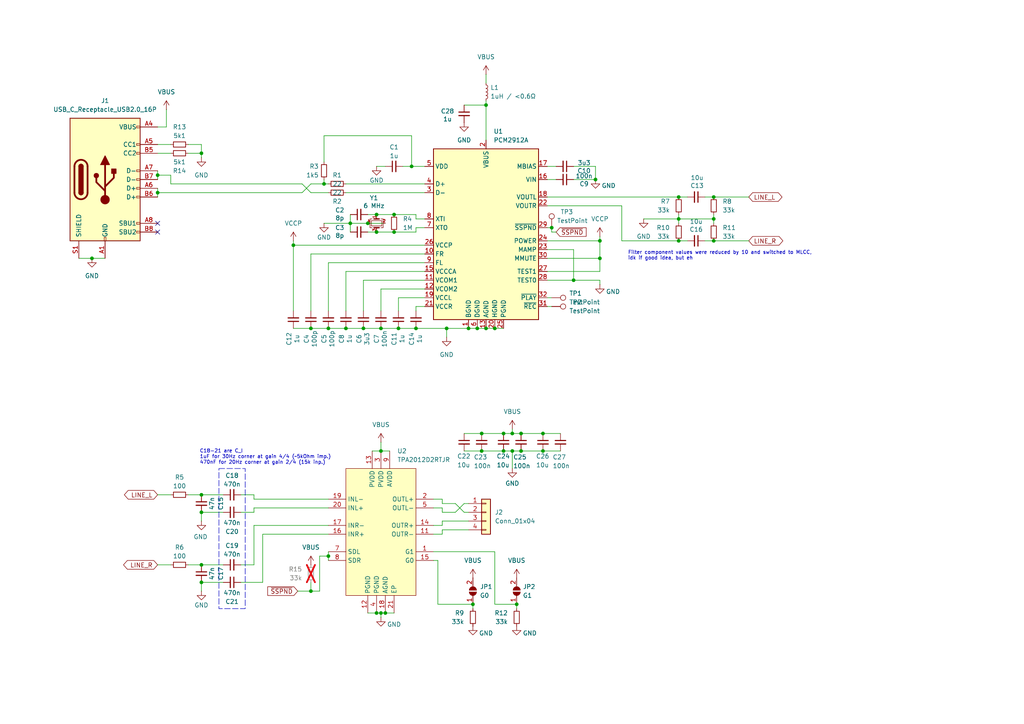
<source format=kicad_sch>
(kicad_sch (version 20231120) (generator "eeschema") (generator_version "8.0")
  (paper "A4")
  (lib_symbols
    (symbol "Connector:TestPoint" (pin_numbers hide) (pin_names (offset 0.762) hide)
      (property "Reference" "TP" (at 0 6.858 0))
      (property "Value" "TestPoint" (at 0 5.08 0))
      (symbol "TestPoint_0_1"
        (circle (center 0 3.302) (radius 0.762))
      )
      (symbol "TestPoint_1_1"
        (pin passive line (at 0 0 90) (length 2.54) (name "1") (number "1"))
      )
    )
    (symbol "Connector:USB_C_Receptacle_USB2.0_16P" (pin_names (offset 1.016))
      (property "Reference" "J" (at 0 22.225 0))
      (property "Value" "USB_C_Receptacle_USB2.0_16P" (at 0 19.685 0))
      (symbol "USB_C_Receptacle_USB2.0_16P_0_0"
        (rectangle (start -0.254 -17.78) (end 0.254 -16.764))
        (rectangle (start 10.16 -14.986) (end 9.144 -15.494))
        (rectangle (start 10.16 -12.446) (end 9.144 -12.954))
        (rectangle (start 10.16 -4.826) (end 9.144 -5.334))
        (rectangle (start 10.16 -2.286) (end 9.144 -2.794))
        (rectangle (start 10.16 0.254) (end 9.144 -0.254))
        (rectangle (start 10.16 2.794) (end 9.144 2.286))
        (rectangle (start 10.16 7.874) (end 9.144 7.366))
        (rectangle (start 10.16 10.414) (end 9.144 9.906))
        (rectangle (start 10.16 15.494) (end 9.144 14.986))
      )
      (symbol "USB_C_Receptacle_USB2.0_16P_0_1"
        (rectangle (start -10.16 17.78) (end 10.16 -17.78) (stroke (width 0.254)) (fill (type background)))
        (arc (start -8.89 -3.81) (mid -6.985 -5.7067) (end -5.08 -3.81) (stroke (width 0.508)))
        (arc (start -7.62 -3.81) (mid -6.985 -4.4423) (end -6.35 -3.81) (stroke (width 0.254)))
        (arc (start -7.62 -3.81) (mid -6.985 -4.4423) (end -6.35 -3.81) (stroke (width 0.254)) (fill (type outline)))
        (rectangle (start -7.62 -3.81) (end -6.35 3.81) (stroke (width 0.254)) (fill (type outline)))
        (arc (start -6.35 3.81) (mid -6.985 4.4423) (end -7.62 3.81) (stroke (width 0.254)))
        (arc (start -6.35 3.81) (mid -6.985 4.4423) (end -7.62 3.81) (stroke (width 0.254)) (fill (type outline)))
        (arc (start -5.08 3.81) (mid -6.985 5.7067) (end -8.89 3.81) (stroke (width 0.508)))
        (circle (center -2.54 1.143) (radius 0.635) (stroke (width 0.254)) (fill (type outline)))
        (circle (center 0 -5.842) (radius 1.27) (fill (type outline)))
        (polyline (pts (xy -8.89 -3.81) (xy -8.89 3.81)) (stroke (width 0.508)))
        (polyline (pts (xy -5.08 3.81) (xy -5.08 -3.81)) (stroke (width 0.508)))
        (polyline (pts (xy 0 -5.842) (xy 0 4.318)) (stroke (width 0.508)))
        (polyline (pts (xy 0 -3.302) (xy -2.54 -0.762) (xy -2.54 0.508)) (stroke (width 0.508)))
        (polyline (pts (xy 0 -2.032) (xy 2.54 0.508) (xy 2.54 1.778)) (stroke (width 0.508)))
        (polyline (pts (xy -1.27 4.318) (xy 0 6.858) (xy 1.27 4.318) (xy -1.27 4.318)) (stroke (width 0.254)) (fill (type outline)))
        (rectangle (start 1.905 1.778) (end 3.175 3.048) (stroke (width 0.254)) (fill (type outline)))
      )
      (symbol "USB_C_Receptacle_USB2.0_16P_1_1"
        (pin passive line (at 0 -22.86 90) (length 5.08) (name "GND") (number "A1"))
        (pin passive line (at 0 -22.86 90) (length 5.08) hide (name "GND") (number "A12"))
        (pin passive line (at 15.24 15.24 180) (length 5.08) (name "VBUS") (number "A4"))
        (pin bidirectional line (at 15.24 10.16 180) (length 5.08) (name "CC1") (number "A5"))
        (pin bidirectional line (at 15.24 -2.54 180) (length 5.08) (name "D+") (number "A6"))
        (pin bidirectional line (at 15.24 2.54 180) (length 5.08) (name "D-") (number "A7"))
        (pin bidirectional line (at 15.24 -12.7 180) (length 5.08) (name "SBU1") (number "A8"))
        (pin passive line (at 15.24 15.24 180) (length 5.08) hide (name "VBUS") (number "A9"))
        (pin passive line (at 0 -22.86 90) (length 5.08) hide (name "GND") (number "B1"))
        (pin passive line (at 0 -22.86 90) (length 5.08) hide (name "GND") (number "B12"))
        (pin passive line (at 15.24 15.24 180) (length 5.08) hide (name "VBUS") (number "B4"))
        (pin bidirectional line (at 15.24 7.62 180) (length 5.08) (name "CC2") (number "B5"))
        (pin bidirectional line (at 15.24 -5.08 180) (length 5.08) (name "D+") (number "B6"))
        (pin bidirectional line (at 15.24 0 180) (length 5.08) (name "D-") (number "B7"))
        (pin bidirectional line (at 15.24 -15.24 180) (length 5.08) (name "SBU2") (number "B8"))
        (pin passive line (at 15.24 15.24 180) (length 5.08) hide (name "VBUS") (number "B9"))
        (pin passive line (at -7.62 -22.86 90) (length 5.08) (name "SHIELD") (number "S1"))
      )
    )
    (symbol "Connector_Generic:Conn_01x04" (pin_names (offset 1.016) hide)
      (property "Reference" "J" (at 0 5.08 0))
      (property "Value" "Conn_01x04" (at 0 -7.62 0))
      (symbol "Conn_01x04_1_1"
        (rectangle (start -1.27 -4.953) (end 0 -5.207) (stroke (width 0.1524)))
        (rectangle (start -1.27 -2.413) (end 0 -2.667) (stroke (width 0.1524)))
        (rectangle (start -1.27 0.127) (end 0 -0.127) (stroke (width 0.1524)))
        (rectangle (start -1.27 2.667) (end 0 2.413) (stroke (width 0.1524)))
        (rectangle (start -1.27 3.81) (end 1.27 -6.35) (stroke (width 0.254)) (fill (type background)))
        (pin passive line (at -5.08 2.54 0) (length 3.81) (name "Pin_1") (number "1"))
        (pin passive line (at -5.08 0 0) (length 3.81) (name "Pin_2") (number "2"))
        (pin passive line (at -5.08 -2.54 0) (length 3.81) (name "Pin_3") (number "3"))
        (pin passive line (at -5.08 -5.08 0) (length 3.81) (name "Pin_4") (number "4"))
      )
    )
    (symbol "Device:C_Small" (pin_numbers hide) (pin_names (offset 0.254) hide)
      (property "Reference" "C" (at 0.254 1.778 0))
      (property "Value" "C_Small" (at 0.254 -2.032 0))
      (symbol "C_Small_0_1"
        (polyline (pts (xy -1.524 -0.508) (xy 1.524 -0.508)) (stroke (width 0.3302)))
        (polyline (pts (xy -1.524 0.508) (xy 1.524 0.508)) (stroke (width 0.3048)))
      )
      (symbol "C_Small_1_1"
        (pin passive line (at 0 2.54 270) (length 2.032) (name "~") (number "1"))
        (pin passive line (at 0 -2.54 90) (length 2.032) (name "~") (number "2"))
      )
    )
    (symbol "Device:Crystal_GND24_Small" (pin_names (offset 1.016) hide)
      (property "Reference" "Y" (at 1.27 4.445 0))
      (property "Value" "Crystal_GND24_Small" (at 1.27 2.54 0))
      (symbol "Crystal_GND24_Small_0_1"
        (rectangle (start -0.762 -1.524) (end 0.762 1.524))
        (polyline (pts (xy -1.27 -0.762) (xy -1.27 0.762)) (stroke (width 0.381)))
        (polyline (pts (xy 1.27 -0.762) (xy 1.27 0.762)) (stroke (width 0.381)))
        (polyline (pts (xy -1.27 -1.27) (xy -1.27 -1.905) (xy 1.27 -1.905) (xy 1.27 -1.27)))
        (polyline (pts (xy -1.27 1.27) (xy -1.27 1.905) (xy 1.27 1.905) (xy 1.27 1.27)))
      )
      (symbol "Crystal_GND24_Small_1_1"
        (pin passive line (at -2.54 0 0) (length 1.27) (name "1") (number "1"))
        (pin passive line (at 0 -2.54 90) (length 0.635) (name "2") (number "2"))
        (pin passive line (at 2.54 0 180) (length 1.27) (name "3") (number "3"))
        (pin passive line (at 0 2.54 270) (length 0.635) (name "4") (number "4"))
      )
    )
    (symbol "Device:L_Small" (pin_numbers hide) (pin_names (offset 0.254) hide)
      (property "Reference" "L" (at 0.762 1.016 0))
      (property "Value" "L_Small" (at 0.762 -1.016 0))
      (symbol "L_Small_0_1"
        (arc (start 0 -2.032) (mid 0.5058 -1.524) (end 0 -1.016))
        (arc (start 0 -1.016) (mid 0.5058 -0.508) (end 0 0))
        (arc (start 0 0) (mid 0.5058 0.508) (end 0 1.016))
        (arc (start 0 1.016) (mid 0.5058 1.524) (end 0 2.032))
      )
      (symbol "L_Small_1_1"
        (pin passive line (at 0 2.54 270) (length 0.508) (name "~") (number "1"))
        (pin passive line (at 0 -2.54 90) (length 0.508) (name "~") (number "2"))
      )
    )
    (symbol "Device:R_Small" (pin_numbers hide) (pin_names (offset 0.254) hide)
      (property "Reference" "R" (at 0.762 0.508 0))
      (property "Value" "R_Small" (at 0.762 -1.016 0))
      (symbol "R_Small_0_1"
        (rectangle (start -0.762 1.778) (end 0.762 -1.778) (stroke (width 0.2032)))
      )
      (symbol "R_Small_1_1"
        (pin passive line (at 0 2.54 270) (length 0.762) (name "~") (number "1"))
        (pin passive line (at 0 -2.54 90) (length 0.762) (name "~") (number "2"))
      )
    )
    (symbol "Jumper:SolderJumper_2_Open" (pin_names (offset 0) hide)
      (property "Reference" "JP" (at 0 2.032 0))
      (property "Value" "SolderJumper_2_Open" (at 0 -2.54 0))
      (symbol "SolderJumper_2_Open_0_1"
        (arc (start -0.254 1.016) (mid -1.2656 0) (end -0.254 -1.016))
        (arc (start -0.254 1.016) (mid -1.2656 0) (end -0.254 -1.016) (fill (type outline)))
        (polyline (pts (xy -0.254 1.016) (xy -0.254 -1.016)))
        (polyline (pts (xy 0.254 1.016) (xy 0.254 -1.016)))
        (arc (start 0.254 -1.016) (mid 1.2656 0) (end 0.254 1.016))
        (arc (start 0.254 -1.016) (mid 1.2656 0) (end 0.254 1.016) (fill (type outline)))
      )
      (symbol "SolderJumper_2_Open_1_1"
        (pin passive line (at -3.81 0 0) (length 2.54) (name "A") (number "1"))
        (pin passive line (at 3.81 0 180) (length 2.54) (name "B") (number "2"))
      )
    )
    (symbol "LeoDJ:PCM2912A"
      (property "Reference" "U" (at -14.732 21.59 0))
      (property "Value" "PCM2912A" (at 10.922 21.59 0))
      (symbol "PCM2912A_0_1"
        (rectangle (start -15.24 20.32) (end 15.24 -29.21) (stroke (width 0.254)) (fill (type background)))
      )
      (symbol "PCM2912A_1_0"
        (pin bidirectional line (at -17.78 -10.16 0) (length 2.54) (name "FR") (number "10"))
        (pin passive line (at -17.78 -20.32 0) (length 2.54) (name "VCOM2") (number "12"))
        (pin output line (at 17.78 15.24 180) (length 2.54) (name "MBIAS") (number "17"))
        (pin power_in line (at 2.54 -31.75 90) (length 2.54) (name "HGND") (number "20"))
        (pin input line (at 17.78 -8.89 180) (length 2.54) (name "MAMP") (number "23"))
        (pin input line (at 17.78 -6.35 180) (length 2.54) (name "POWER") (number "24"))
        (pin power_in line (at 5.08 -31.75 90) (length 2.54) (name "PGND") (number "25"))
        (pin input line (at 17.78 -15.24 180) (length 2.54) (name "TEST1") (number "27"))
        (pin input line (at 17.78 -17.78 180) (length 2.54) (name "TEST0") (number "28"))
        (pin input line (at 17.78 -11.43 180) (length 2.54) (name "MMUTE") (number "30"))
        (pin output line (at 17.78 -25.4 180) (length 2.54) (name "~{REC}") (number "31"))
        (pin output line (at 17.78 -22.86 180) (length 2.54) (name "~{PLAY}") (number "32"))
        (pin bidirectional line (at -17.78 -12.7 0) (length 2.54) (name "FL") (number "9"))
      )
      (symbol "PCM2912A_1_1"
        (pin power_in line (at -5.08 -31.75 90) (length 2.54) (name "BGND") (number "1"))
        (pin passive line (at -17.78 -17.78 0) (length 2.54) (name "VCOM1") (number "11"))
        (pin power_in line (at 0 -31.75 90) (length 2.54) (name "AGND") (number "13"))
        (pin passive line (at -17.78 -15.24 0) (length 2.54) (name "VCCCA") (number "15"))
        (pin input line (at 17.78 11.43 180) (length 2.54) (name "VIN") (number "16"))
        (pin output line (at 17.78 6.35 180) (length 2.54) (name "VOUTL") (number "18"))
        (pin passive line (at -17.78 -22.86 0) (length 2.54) (name "VCCL") (number "19"))
        (pin power_in line (at 0 22.86 270) (length 2.54) (name "VBUS") (number "2"))
        (pin passive line (at -17.78 -25.4 0) (length 2.54) (name "VCCR") (number "21"))
        (pin output line (at 17.78 3.81 180) (length 2.54) (name "VOUTR") (number "22"))
        (pin passive line (at -17.78 -7.62 0) (length 2.54) (name "VCCP") (number "26"))
        (pin output line (at 17.78 -2.54 180) (length 2.54) (name "~{SSPND}") (number "29"))
        (pin bidirectional line (at -17.78 7.62 0) (length 2.54) (name "D-") (number "3"))
        (pin bidirectional line (at -17.78 10.16 0) (length 2.54) (name "D+") (number "4"))
        (pin power_out line (at -17.78 15.24 0) (length 2.54) (name "VDD") (number "5"))
        (pin power_in line (at -2.54 -31.75 90) (length 2.54) (name "DGND") (number "6"))
        (pin output line (at -17.78 -2.54 0) (length 2.54) (name "XTO") (number "7"))
        (pin input line (at -17.78 0 0) (length 2.54) (name "XTI") (number "8"))
      )
    )
    (symbol "LeoDJ:TPA2012D2RTJR"
      (property "Reference" "U" (at 0 22.86 0))
      (property "Value" "TPA2012D2RTJR" (at 0 -19.05 0))
      (symbol "TPA2012D2RTJR_0_1"
        (rectangle (start -10.16 20.32) (end 10.16 -16.51) (fill (type background)))
        (pin unspecified line (at 15.24 -3.81 180) (length 5.08) (name "G1") (number "1"))
        (pin output line (at 15.24 1.27 180) (length 5.08) (name "OUTR-") (number "11"))
        (pin power_in line (at -3.81 -21.59 90) (length 5.08) (name "PGND") (number "12"))
        (pin power_in line (at -2.54 25.4 270) (length 5.08) (name "PVDD") (number "13"))
        (pin output line (at 15.24 3.81 180) (length 5.08) (name "OUTR+") (number "14"))
        (pin unspecified line (at 15.24 -6.35 180) (length 5.08) (name "G0") (number "15"))
        (pin unspecified line (at -15.24 1.27 0) (length 5.08) (name "INR+") (number "16"))
        (pin unspecified line (at -15.24 3.81 0) (length 5.08) (name "INR-") (number "17"))
        (pin power_in line (at 1.27 -21.59 90) (length 5.08) (name "AGND") (number "18"))
        (pin unspecified line (at -15.24 11.43 0) (length 5.08) (name "INL-") (number "19"))
        (pin output line (at 15.24 11.43 180) (length 5.08) (name "OUTL+") (number "2"))
        (pin unspecified line (at -15.24 8.89 0) (length 5.08) (name "INL+") (number "20"))
        (pin power_in line (at 3.81 -21.59 90) (length 5.08) (name "EP") (number "21"))
        (pin power_in line (at 0 25.4 270) (length 5.08) (name "PVDD") (number "3"))
        (pin power_in line (at -1.27 -21.59 90) (length 5.08) (name "PGND") (number "4"))
        (pin output line (at 15.24 8.89 180) (length 5.08) (name "OUTL-") (number "5"))
        (pin unspecified line (at -15.24 -3.81 0) (length 5.08) (name "SDL") (number "7"))
        (pin unspecified line (at -15.24 -6.35 0) (length 5.08) (name "SDR") (number "8"))
        (pin power_in line (at 2.54 25.4 270) (length 5.08) (name "AVDD") (number "9"))
      )
    )
    (symbol "power:GND" (power) (pin_numbers hide) (pin_names (offset 0) hide)
      (property "Value" "GND" (at 0 -3.81 0))
      (symbol "GND_0_1"
        (polyline (pts (xy 0 0) (xy 0 -1.27) (xy 1.27 -1.27) (xy 0 -2.54) (xy -1.27 -1.27) (xy 0 -1.27)))
      )
      (symbol "GND_1_1"
        (pin power_in line (at 0 0 270) (length 0) (name "~") (number "1"))
      )
    )
    (symbol "power:VBUS" (power) (pin_numbers hide) (pin_names (offset 0) hide)
      (property "Value" "VBUS" (at 0 3.556 0))
      (symbol "VBUS_0_1"
        (polyline (pts (xy -0.762 1.27) (xy 0 2.54)))
        (polyline (pts (xy 0 0) (xy 0 2.54)))
        (polyline (pts (xy 0 2.54) (xy 0.762 1.27)))
      )
      (symbol "VBUS_1_1"
        (pin power_in line (at 0 0 90) (length 0) (name "~") (number "1"))
      )
    )
    (symbol "power:VCCQ" (power) (pin_numbers hide) (pin_names (offset 0) hide)
      (property "Value" "VCCQ" (at 0 3.556 0))
      (symbol "VCCQ_0_1"
        (polyline (pts (xy -0.762 1.27) (xy 0 2.54)))
        (polyline (pts (xy 0 0) (xy 0 2.54)))
        (polyline (pts (xy 0 2.54) (xy 0.762 1.27)))
      )
      (symbol "VCCQ_1_1"
        (pin power_in line (at 0 0 90) (length 0) (name "~") (number "1"))
      )
    )
  )
  (junction (at 109.22 62.23))
  (junction (at 196.85 57.15))
  (junction (at 95.25 95.25))
  (junction (at 106.68 64.77))
  (junction (at 58.42 143.51))
  (junction (at 196.85 63.5))
  (junction (at 101.6 64.77))
  (junction (at 146.05 130.81))
  (junction (at 196.85 69.85))
  (junction (at 109.22 67.31))
  (junction (at 58.42 148.59))
  (junction (at 172.72 52.07))
  (junction (at 207.01 69.85))
  (junction (at 110.49 130.81))
  (junction (at 90.17 95.25))
  (junction (at 207.01 57.15))
  (junction (at 173.99 69.85))
  (junction (at 120.65 95.25))
  (junction (at 58.42 168.91))
  (junction (at 58.42 44.45))
  (junction (at 129.54 95.25))
  (junction (at 139.7 125.73))
  (junction (at 140.97 30.48))
  (junction (at 114.3 62.23))
  (junction (at 143.51 95.25))
  (junction (at 157.48 130.81))
  (junction (at 160.02 66.04))
  (junction (at 111.76 177.8))
  (junction (at 90.17 171.45))
  (junction (at 105.41 95.25))
  (junction (at 135.89 95.25))
  (junction (at 93.98 53.34))
  (junction (at 139.7 130.81))
  (junction (at 149.86 175.26))
  (junction (at 166.37 81.28))
  (junction (at 115.57 95.25))
  (junction (at 95.25 161.29))
  (junction (at 26.67 74.93))
  (junction (at 58.42 163.83))
  (junction (at 45.72 50.8))
  (junction (at 151.13 125.73))
  (junction (at 138.43 95.25))
  (junction (at 148.59 125.73))
  (junction (at 110.49 95.25))
  (junction (at 151.13 130.81))
  (junction (at 100.33 95.25))
  (junction (at 207.01 63.5))
  (junction (at 45.72 55.88))
  (junction (at 109.22 177.8))
  (junction (at 110.49 177.8))
  (junction (at 137.16 175.26))
  (junction (at 114.3 67.31))
  (junction (at 146.05 125.73))
  (junction (at 148.59 130.81))
  (junction (at 119.38 48.26))
  (junction (at 157.48 125.73))
  (junction (at 85.09 71.12))
  (junction (at 140.97 95.25))
  (junction (at 173.99 74.93))
  (no_connect (at 45.72 64.77))
  (no_connect (at 45.72 67.31))
  (wire (pts (xy 123.19 63.5) (xy 120.65 63.5)))
  (wire (pts (xy 100.33 53.34) (xy 123.19 53.34)))
  (wire (pts (xy 90.17 95.25) (xy 95.25 95.25)))
  (wire (pts (xy 90.17 55.88) (xy 95.25 55.88)))
  (wire (pts (xy 110.49 177.8) (xy 111.76 177.8)))
  (wire (pts (xy 158.75 48.26) (xy 161.29 48.26)))
  (wire (pts (xy 196.85 63.5) (xy 207.01 63.5)))
  (wire (pts (xy 45.72 41.91) (xy 49.53 41.91)))
  (wire (pts (xy 139.7 125.73) (xy 146.05 125.73)))
  (wire (pts (xy 86.36 171.45) (xy 90.17 171.45)))
  (wire (pts (xy 109.22 48.26) (xy 111.76 48.26)))
  (wire (pts (xy 135.89 95.25) (xy 138.43 95.25)))
  (wire (pts (xy 119.38 39.37) (xy 93.98 39.37)))
  (wire (pts (xy 128.27 148.59) (xy 132.08 148.59)))
  (wire (pts (xy 120.65 95.25) (xy 129.54 95.25)))
  (wire (pts (xy 123.19 76.2) (xy 95.25 76.2)))
  (wire (pts (xy 146.05 130.81) (xy 148.59 130.81)))
  (wire (pts (xy 85.09 95.25) (xy 90.17 95.25)))
  (wire (pts (xy 106.68 62.23) (xy 109.22 62.23)))
  (wire (pts (xy 115.57 95.25) (xy 120.65 95.25)))
  (wire (pts (xy 90.17 171.45) (xy 90.17 168.91)))
  (wire (pts (xy 58.42 148.59) (xy 64.77 148.59)))
  (wire (pts (xy 125.73 152.4) (xy 128.27 152.4)))
  (wire (pts (xy 158.75 88.9) (xy 160.02 88.9)))
  (wire (pts (xy 207.01 57.15) (xy 217.17 57.15)))
  (wire (pts (xy 134.62 130.81) (xy 139.7 130.81)))
  (wire (pts (xy 157.48 130.81) (xy 162.56 130.81)))
  (wire (pts (xy 73.66 147.32) (xy 95.25 147.32)))
  (wire (pts (xy 110.49 90.17) (xy 110.49 83.82)))
  (wire (pts (xy 93.98 52.07) (xy 93.98 53.34)))
  (wire (pts (xy 58.42 171.45) (xy 58.42 168.91)))
  (wire (pts (xy 95.25 95.25) (xy 100.33 95.25)))
  (wire (pts (xy 76.2 154.94) (xy 76.2 168.91)))
  (wire (pts (xy 90.17 171.45) (xy 92.71 171.45)))
  (wire (pts (xy 49.53 53.34) (xy 49.53 50.8)))
  (wire (pts (xy 172.72 48.26) (xy 172.72 52.07)))
  (wire (pts (xy 105.41 81.28) (xy 105.41 90.17)))
  (wire (pts (xy 128.27 146.05) (xy 128.27 144.78)))
  (wire (pts (xy 45.72 49.53) (xy 45.72 50.8)))
  (wire (pts (xy 158.75 74.93) (xy 173.99 74.93)))
  (wire (pts (xy 58.42 45.72) (xy 58.42 44.45)))
  (wire (pts (xy 54.61 163.83) (xy 58.42 163.83)))
  (wire (pts (xy 105.41 95.25) (xy 110.49 95.25)))
  (wire (pts (xy 160.02 67.31) (xy 160.02 66.04)))
  (wire (pts (xy 73.66 148.59) (xy 73.66 147.32)))
  (wire (pts (xy 127 162.56) (xy 127 175.26)))
  (wire (pts (xy 101.6 64.77) (xy 101.6 67.31)))
  (wire (pts (xy 160.02 66.04) (xy 158.75 66.04)))
  (wire (pts (xy 207.01 62.23) (xy 207.01 63.5)))
  (wire (pts (xy 134.62 146.05) (xy 135.89 146.05)))
  (wire (pts (xy 132.08 148.59) (xy 134.62 146.05)))
  (wire (pts (xy 138.43 95.25) (xy 140.97 95.25)))
  (wire (pts (xy 54.61 143.51) (xy 58.42 143.51)))
  (wire (pts (xy 85.09 71.12) (xy 123.19 71.12)))
  (wire (pts (xy 173.99 74.93) (xy 173.99 69.85)))
  (wire (pts (xy 109.22 67.31) (xy 114.3 67.31)))
  (wire (pts (xy 128.27 144.78) (xy 125.73 144.78)))
  (wire (pts (xy 45.72 55.88) (xy 45.72 57.15)))
  (wire (pts (xy 129.54 95.25) (xy 135.89 95.25)))
  (wire (pts (xy 207.01 63.5) (xy 207.01 64.77)))
  (wire (pts (xy 158.75 59.69) (xy 180.34 59.69)))
  (wire (pts (xy 110.49 83.82) (xy 123.19 83.82)))
  (wire (pts (xy 140.97 95.25) (xy 143.51 95.25)))
  (wire (pts (xy 196.85 62.23) (xy 196.85 63.5)))
  (wire (pts (xy 123.19 73.66) (xy 90.17 73.66)))
  (wire (pts (xy 143.51 160.02) (xy 143.51 175.26)))
  (wire (pts (xy 166.37 48.26) (xy 172.72 48.26)))
  (wire (pts (xy 173.99 78.74) (xy 173.99 74.93)))
  (wire (pts (xy 120.65 88.9) (xy 123.19 88.9)))
  (wire (pts (xy 101.6 64.77) (xy 93.98 64.77)))
  (wire (pts (xy 120.65 90.17) (xy 120.65 88.9)))
  (wire (pts (xy 166.37 81.28) (xy 173.99 81.28)))
  (wire (pts (xy 120.65 63.5) (xy 120.65 62.23)))
  (wire (pts (xy 100.33 95.25) (xy 105.41 95.25)))
  (wire (pts (xy 100.33 90.17) (xy 100.33 78.74)))
  (wire (pts (xy 87.63 53.34) (xy 49.53 53.34)))
  (wire (pts (xy 166.37 72.39) (xy 166.37 81.28)))
  (wire (pts (xy 151.13 130.81) (xy 157.48 130.81)))
  (wire (pts (xy 100.33 78.74) (xy 123.19 78.74)))
  (wire (pts (xy 134.62 125.73) (xy 139.7 125.73)))
  (wire (pts (xy 196.85 57.15) (xy 199.39 57.15)))
  (wire (pts (xy 95.25 160.02) (xy 95.25 161.29)))
  (wire (pts (xy 125.73 147.32) (xy 128.27 147.32)))
  (wire (pts (xy 128.27 152.4) (xy 128.27 151.13)))
  (wire (pts (xy 148.59 130.81) (xy 151.13 130.81)))
  (wire (pts (xy 101.6 62.23) (xy 101.6 64.77)))
  (wire (pts (xy 134.62 148.59) (xy 135.89 148.59)))
  (wire (pts (xy 129.54 95.25) (xy 129.54 97.79)))
  (wire (pts (xy 158.75 72.39) (xy 166.37 72.39)))
  (wire (pts (xy 85.09 71.12) (xy 85.09 90.17)))
  (wire (pts (xy 45.72 44.45) (xy 49.53 44.45)))
  (wire (pts (xy 111.76 177.8) (xy 114.3 177.8)))
  (wire (pts (xy 114.3 67.31) (xy 120.65 67.31)))
  (wire (pts (xy 137.16 176.53) (xy 137.16 175.26)))
  (wire (pts (xy 58.42 143.51) (xy 64.77 143.51)))
  (wire (pts (xy 92.71 161.29) (xy 95.25 161.29)))
  (wire (pts (xy 134.62 30.48) (xy 140.97 30.48)))
  (wire (pts (xy 45.72 143.51) (xy 49.53 143.51)))
  (wire (pts (xy 158.75 78.74) (xy 173.99 78.74)))
  (wire (pts (xy 148.59 125.73) (xy 151.13 125.73)))
  (wire (pts (xy 69.85 168.91) (xy 76.2 168.91)))
  (wire (pts (xy 125.73 160.02) (xy 143.51 160.02)))
  (wire (pts (xy 45.72 163.83) (xy 49.53 163.83)))
  (wire (pts (xy 45.72 55.88) (xy 87.63 55.88)))
  (wire (pts (xy 148.59 130.81) (xy 148.59 135.89)))
  (wire (pts (xy 127 175.26) (xy 137.16 175.26)))
  (wire (pts (xy 45.72 50.8) (xy 45.72 52.07)))
  (wire (pts (xy 119.38 48.26) (xy 119.38 39.37)))
  (wire (pts (xy 73.66 152.4) (xy 73.66 163.83)))
  (wire (pts (xy 120.65 67.31) (xy 120.65 66.04)))
  (wire (pts (xy 58.42 168.91) (xy 64.77 168.91)))
  (wire (pts (xy 95.25 161.29) (xy 95.25 162.56)))
  (wire (pts (xy 90.17 53.34) (xy 93.98 53.34)))
  (wire (pts (xy 128.27 153.67) (xy 135.89 153.67)))
  (wire (pts (xy 110.49 95.25) (xy 115.57 95.25)))
  (wire (pts (xy 95.25 76.2) (xy 95.25 90.17)))
  (wire (pts (xy 106.68 67.31) (xy 109.22 67.31)))
  (wire (pts (xy 93.98 39.37) (xy 93.98 46.99)))
  (wire (pts (xy 173.99 81.28) (xy 173.99 82.55)))
  (wire (pts (xy 54.61 44.45) (xy 58.42 44.45)))
  (wire (pts (xy 158.75 86.36) (xy 160.02 86.36)))
  (wire (pts (xy 166.37 52.07) (xy 172.72 52.07)))
  (wire (pts (xy 158.75 52.07) (xy 161.29 52.07)))
  (wire (pts (xy 87.63 55.88) (xy 90.17 53.34)))
  (wire (pts (xy 158.75 69.85) (xy 173.99 69.85)))
  (wire (pts (xy 48.26 36.83) (xy 48.26 31.75)))
  (wire (pts (xy 128.27 151.13) (xy 135.89 151.13)))
  (wire (pts (xy 73.66 144.78) (xy 95.25 144.78)))
  (wire (pts (xy 73.66 143.51) (xy 73.66 144.78)))
  (wire (pts (xy 196.85 63.5) (xy 196.85 64.77)))
  (wire (pts (xy 186.69 63.5) (xy 196.85 63.5)))
  (wire (pts (xy 114.3 62.23) (xy 109.22 62.23)))
  (wire (pts (xy 207.01 69.85) (xy 217.17 69.85)))
  (wire (pts (xy 120.65 66.04) (xy 123.19 66.04)))
  (wire (pts (xy 125.73 162.56) (xy 127 162.56)))
  (wire (pts (xy 26.67 74.93) (xy 30.48 74.93)))
  (wire (pts (xy 173.99 69.85) (xy 173.99 68.58)))
  (wire (pts (xy 69.85 143.51) (xy 73.66 143.51)))
  (wire (pts (xy 54.61 41.91) (xy 58.42 41.91)))
  (wire (pts (xy 158.75 57.15) (xy 196.85 57.15)))
  (wire (pts (xy 110.49 130.81) (xy 113.03 130.81)))
  (wire (pts (xy 125.73 154.94) (xy 128.27 154.94)))
  (wire (pts (xy 157.48 125.73) (xy 162.56 125.73)))
  (wire (pts (xy 204.47 69.85) (xy 207.01 69.85)))
  (wire (pts (xy 158.75 81.28) (xy 166.37 81.28)))
  (wire (pts (xy 139.7 130.81) (xy 146.05 130.81)))
  (wire (pts (xy 95.25 152.4) (xy 73.66 152.4)))
  (wire (pts (xy 76.2 154.94) (xy 95.25 154.94)))
  (wire (pts (xy 180.34 69.85) (xy 196.85 69.85)))
  (wire (pts (xy 120.65 62.23) (xy 114.3 62.23)))
  (wire (pts (xy 85.09 69.85) (xy 85.09 71.12)))
  (wire (pts (xy 148.59 125.73) (xy 148.59 124.46)))
  (wire (pts (xy 107.95 130.81) (xy 110.49 130.81)))
  (wire (pts (xy 196.85 69.85) (xy 199.39 69.85)))
  (wire (pts (xy 140.97 30.48) (xy 140.97 40.64)))
  (wire (pts (xy 132.08 146.05) (xy 128.27 146.05)))
  (wire (pts (xy 143.51 175.26) (xy 149.86 175.26)))
  (wire (pts (xy 58.42 41.91) (xy 58.42 44.45)))
  (wire (pts (xy 22.86 74.93) (xy 26.67 74.93)))
  (wire (pts (xy 93.98 53.34) (xy 95.25 53.34)))
  (wire (pts (xy 134.62 148.59) (xy 132.08 146.05)))
  (wire (pts (xy 149.86 176.53) (xy 149.86 175.26)))
  (wire (pts (xy 115.57 90.17) (xy 115.57 86.36)))
  (wire (pts (xy 110.49 177.8) (xy 110.49 179.07)))
  (wire (pts (xy 58.42 163.83) (xy 64.77 163.83)))
  (wire (pts (xy 45.72 54.61) (xy 45.72 55.88)))
  (wire (pts (xy 119.38 48.26) (xy 116.84 48.26)))
  (wire (pts (xy 140.97 29.21) (xy 140.97 30.48)))
  (wire (pts (xy 128.27 154.94) (xy 128.27 153.67)))
  (wire (pts (xy 151.13 125.73) (xy 157.48 125.73)))
  (wire (pts (xy 90.17 73.66) (xy 90.17 90.17)))
  (wire (pts (xy 140.97 21.59) (xy 140.97 24.13)))
  (wire (pts (xy 100.33 55.88) (xy 123.19 55.88)))
  (wire (pts (xy 204.47 57.15) (xy 207.01 57.15)))
  (wire (pts (xy 92.71 161.29) (xy 92.71 171.45)))
  (wire (pts (xy 90.17 55.88) (xy 87.63 53.34)))
  (wire (pts (xy 123.19 81.28) (xy 105.41 81.28)))
  (wire (pts (xy 101.6 64.77) (xy 106.68 64.77)))
  (wire (pts (xy 143.51 95.25) (xy 146.05 95.25)))
  (wire (pts (xy 146.05 125.73) (xy 148.59 125.73)))
  (wire (pts (xy 161.29 67.31) (xy 160.02 67.31)))
  (wire (pts (xy 115.57 86.36) (xy 123.19 86.36)))
  (wire (pts (xy 180.34 59.69) (xy 180.34 69.85)))
  (wire (pts (xy 58.42 151.13) (xy 58.42 148.59)))
  (wire (pts (xy 106.68 64.77) (xy 111.76 64.77)))
  (wire (pts (xy 123.19 48.26) (xy 119.38 48.26)))
  (wire (pts (xy 45.72 50.8) (xy 49.53 50.8)))
  (wire (pts (xy 106.68 177.8) (xy 109.22 177.8)))
  (wire (pts (xy 45.72 36.83) (xy 48.26 36.83)))
  (wire (pts (xy 109.22 177.8) (xy 110.49 177.8)))
  (wire (pts (xy 69.85 163.83) (xy 73.66 163.83)))
  (wire (pts (xy 110.49 128.27) (xy 110.49 130.81)))
  (wire (pts (xy 128.27 147.32) (xy 128.27 148.59)))
  (wire (pts (xy 69.85 148.59) (xy 73.66 148.59)))
  (rectangle (start 63.5 135.89) (end 71.12 176.53) (stroke (width 0) (type dash)))
  (text "C18-21 are C_I\n1uF for 30Hz corner at gain 4/4 (~5kOhm imp.)\n470nF for 20Hz corner at gain 2/4 (15k inp.)" (at 57.912 132.588 0) (effects (font (size 1.016 1.016)) (justify left)))
  (text "Filter component values were reduced by 10 and switched to MLCC, \nidk if good idea, but eh" (at 182.118 74.168 0) (effects (font (size 1.016 1.016)) (justify left)))
  (global_label "LINE_L" (shape bidirectional) (at 217.17 57.15 0) (property "Intersheetrefs" "${INTERSHEET_REFS}" (effects (hide yes))))
  (global_label "~{SSPND}" (shape input) (at 161.29 67.31 0) (property "Intersheetrefs" "${INTERSHEET_REFS}" (effects (hide yes))))
  (global_label "~{SSPND}" (shape input) (at 86.36 171.45 180) (property "Intersheetrefs" "${INTERSHEET_REFS}" (effects (hide yes))))
  (global_label "LINE_L" (shape bidirectional) (at 45.72 143.51 180) (property "Intersheetrefs" "${INTERSHEET_REFS}" (effects (hide yes))))
  (global_label "LINE_R" (shape bidirectional) (at 45.72 163.83 180) (property "Intersheetrefs" "${INTERSHEET_REFS}" (effects (hide yes))))
  (global_label "LINE_R" (shape bidirectional) (at 217.17 69.85 0) (property "Intersheetrefs" "${INTERSHEET_REFS}" (effects (hide yes))))
  (symbol (lib_id "Device:C_Small") (at 105.41 92.71 180) (unit 1)
    (property "Reference" "C6" (at 104.14 98.298 90))
    (property "Value" "3u3" (at 106.426 98.298 90))
    (property "Footprint" "Capacitor_SMD:C_0402_1005Metric" (effects (hide yes)))
    (property "Description" "Unpolarized capacitor, small symbol" (effects (hide yes)))
  )
  (symbol (lib_id "Connector:TestPoint") (at 160.02 66.04 0) (unit 1) (in_bom no) (on_board no)
    (property "Reference" "TP3" (at 162.56 61.4679 0) (effects (justify left)))
    (property "Value" "TestPoint" (at 161.544 64.008 0) (effects (justify left)))
    (property "Footprint" "TestPoint:TestPoint_Pad_D1.0mm" (effects (hide yes)))
    (property "Description" "test point" (effects (hide yes)))
  )
  (symbol (lib_id "Device:C_Small") (at 104.14 67.31 90) (unit 1)
    (property "Reference" "C3" (at 98.552 66.04 90))
    (property "Value" "8p" (at 98.552 68.326 90))
    (property "Footprint" "Capacitor_SMD:C_0402_1005Metric" (effects (hide yes)))
    (property "Description" "Unpolarized capacitor, small symbol" (effects (hide yes)))
  )
  (symbol (lib_id "Device:R_Small") (at 52.07 41.91 90) (unit 1)
    (property "Reference" "R13" (at 52.07 36.83 90))
    (property "Value" "5k1" (at 52.07 39.37 90))
    (property "Footprint" "Resistor_SMD:R_0402_1005Metric" (effects (hide yes)))
    (property "Description" "Resistor, small symbol" (effects (hide yes)))
  )
  (symbol (lib_id "Device:R_Small") (at 90.17 166.37 0) (mirror y) (unit 1) (dnp yes)
    (property "Reference" "R15" (at 87.63 165.0999 0) (effects (justify left)))
    (property "Value" "33k" (at 87.63 167.6399 0) (effects (justify left)))
    (property "Footprint" "Resistor_SMD:R_0402_1005Metric" (effects (hide yes)))
    (property "Description" "Resistor, small symbol" (effects (hide yes)))
  )
  (symbol (lib_id "Device:R_Small") (at 137.16 179.07 0) (unit 1)
    (property "Reference" "R9" (at 134.62 177.7999 0) (effects (justify right)))
    (property "Value" "33k" (at 134.62 180.3399 0) (effects (justify right)))
    (property "Footprint" "Resistor_SMD:R_0402_1005Metric" (effects (hide yes)))
    (property "Description" "Resistor, small symbol" (effects (hide yes)))
  )
  (symbol (lib_id "power:GND") (at 173.99 82.55 0) (unit 1)
    (property "Reference" "#PWR012" (effects (hide yes)))
    (property "Value" "GND" (at 177.8 84.582 0))
    (property "Description" "Power symbol creates a global label with name \"GND\" , ground" (effects (hide yes)))
  )
  (symbol (lib_id "power:VBUS") (at 110.49 128.27 0) (unit 1)
    (property "Reference" "#PWR017" (effects (hide yes)))
    (property "Value" "VBUS" (at 110.49 123.19 0))
    (property "Description" "Power symbol creates a global label with name \"VBUS\"" (effects (hide yes)))
  )
  (symbol (lib_id "Device:C_Small") (at 139.7 128.27 0) (unit 1)
    (property "Reference" "C23" (at 137.414 132.588 0) (effects (justify left)))
    (property "Value" "100n" (at 137.414 135.128 0) (effects (justify left)))
    (property "Footprint" "Capacitor_SMD:C_0402_1005Metric" (effects (hide yes)))
    (property "Description" "Unpolarized capacitor, small symbol" (effects (hide yes)))
  )
  (symbol (lib_id "Device:C_Small") (at 134.62 33.02 0) (unit 1)
    (property "Reference" "C28" (at 129.794 32.258 0))
    (property "Value" "1u" (at 129.794 34.544 0))
    (property "Footprint" "Capacitor_SMD:C_0402_1005Metric" (effects (hide yes)))
    (property "Description" "Unpolarized capacitor, small symbol" (effects (hide yes)))
  )
  (symbol (lib_id "Device:L_Small") (at 140.97 26.67 0) (unit 1)
    (property "Reference" "L1" (at 142.24 25.3999 0) (effects (justify left)))
    (property "Value" "1uH / <0.6Ω" (at 142.24 27.9399 0) (effects (justify left)))
    (property "Footprint" "Inductor_SMD:L_0805_2012Metric" (effects (hide yes)))
    (property "Description" "Inductor, small symbol" (effects (hide yes)))
    (property "LCSC" "C99367" (effects (hide yes)))
  )
  (symbol (lib_id "power:VBUS") (at 149.86 167.64 0) (unit 1)
    (property "Reference" "#PWR019" (effects (hide yes)))
    (property "Value" "VBUS" (at 149.86 162.56 0))
    (property "Description" "Power symbol creates a global label with name \"VBUS\"" (effects (hide yes)))
  )
  (symbol (lib_id "Device:R_Small") (at 149.86 179.07 0) (unit 1)
    (property "Reference" "R12" (at 147.32 177.7999 0) (effects (justify right)))
    (property "Value" "33k" (at 147.32 180.3399 0) (effects (justify right)))
    (property "Footprint" "Resistor_SMD:R_0402_1005Metric" (effects (hide yes)))
    (property "Description" "Resistor, small symbol" (effects (hide yes)))
  )
  (symbol (lib_id "Device:R_Small") (at 196.85 59.69 0) (unit 1)
    (property "Reference" "R7" (at 194.31 58.4199 0) (effects (justify right)))
    (property "Value" "33k" (at 194.31 60.9599 0) (effects (justify right)))
    (property "Footprint" "Resistor_SMD:R_0402_1005Metric" (effects (hide yes)))
    (property "Description" "Resistor, small symbol" (effects (hide yes)))
  )
  (symbol (lib_id "Device:C_Small") (at 114.3 48.26 90) (unit 1)
    (property "Reference" "C1" (at 114.3 42.672 90))
    (property "Value" "1u" (at 114.3 45.212 90))
    (property "Footprint" "Capacitor_SMD:C_0402_1005Metric" (effects (hide yes)))
    (property "Description" "Unpolarized capacitor, small symbol" (effects (hide yes)))
  )
  (symbol (lib_id "Device:R_Small") (at 52.07 143.51 90) (unit 1)
    (property "Reference" "R5" (at 52.07 138.43 90))
    (property "Value" "100" (at 52.07 140.97 90))
    (property "Footprint" "Resistor_SMD:R_0402_1005Metric" (effects (hide yes)))
    (property "Description" "Resistor, small symbol" (effects (hide yes)))
  )
  (symbol (lib_id "Device:C_Small") (at 115.57 92.71 180) (unit 1)
    (property "Reference" "C11" (at 114.3 98.298 90))
    (property "Value" "1u" (at 116.586 98.298 90))
    (property "Footprint" "Capacitor_SMD:C_0402_1005Metric" (effects (hide yes)))
    (property "Description" "Unpolarized capacitor, small symbol" (effects (hide yes)))
  )
  (symbol (lib_id "power:GND") (at 93.98 64.77 0) (unit 1)
    (property "Reference" "#PWR05" (effects (hide yes)))
    (property "Value" "GND" (at 93.98 68.834 0))
    (property "Description" "Power symbol creates a global label with name \"GND\" , ground" (effects (hide yes)))
  )
  (symbol (lib_id "Device:C_Small") (at 95.25 92.71 180) (unit 1)
    (property "Reference" "C5" (at 93.98 98.298 90))
    (property "Value" "100p" (at 96.266 98.298 90))
    (property "Footprint" "Capacitor_SMD:C_0402_1005Metric" (effects (hide yes)))
    (property "Description" "Unpolarized capacitor, small symbol" (effects (hide yes)))
  )
  (symbol (lib_id "power:GND") (at 129.54 97.79 0) (unit 1)
    (property "Reference" "#PWR04" (effects (hide yes)))
    (property "Value" "GND" (at 129.54 102.87 0))
    (property "Description" "Power symbol creates a global label with name \"GND\" , ground" (effects (hide yes)))
  )
  (symbol (lib_id "power:GND") (at 58.42 171.45 0) (unit 1)
    (property "Reference" "#PWR014" (effects (hide yes)))
    (property "Value" "GND" (at 58.42 175.514 0))
    (property "Description" "Power symbol creates a global label with name \"GND\" , ground" (effects (hide yes)))
  )
  (symbol (lib_id "Connector:TestPoint") (at 160.02 86.36 270) (unit 1) (in_bom no) (on_board no)
    (property "Reference" "TP1" (at 165.1 85.0899 90) (effects (justify left)))
    (property "Value" "TestPoint" (at 165.1 87.6299 90) (effects (justify left)))
    (property "Footprint" "TestPoint:TestPoint_Pad_D1.0mm" (effects (hide yes)))
    (property "Description" "test point" (effects (hide yes)))
  )
  (symbol (lib_id "Device:R_Small") (at 207.01 59.69 0) (mirror y) (unit 1)
    (property "Reference" "R8" (at 209.55 58.4199 0) (effects (justify right)))
    (property "Value" "33k" (at 209.55 60.9599 0) (effects (justify right)))
    (property "Footprint" "Resistor_SMD:R_0402_1005Metric" (effects (hide yes)))
    (property "Description" "Resistor, small symbol" (effects (hide yes)))
  )
  (symbol (lib_id "power:VBUS") (at 48.26 31.75 0) (unit 1)
    (property "Reference" "#PWR03" (effects (hide yes)))
    (property "Value" "VBUS" (at 48.26 26.67 0))
    (property "Description" "Power symbol creates a global label with name \"VBUS\"" (effects (hide yes)))
  )
  (symbol (lib_id "power:VCCQ") (at 173.99 68.58 0) (unit 1)
    (property "Reference" "#PWR011" (effects (hide yes)))
    (property "Value" "VCCP" (at 173.99 63.5 0))
    (property "Description" "Power symbol creates a global label with name \"VCCQ\"" (effects (hide yes)))
  )
  (symbol (lib_id "Device:R_Small") (at 93.98 49.53 0) (mirror x) (unit 1)
    (property "Reference" "R3" (at 92.456 48.26 0) (effects (justify right)))
    (property "Value" "1k5" (at 92.456 50.8 0) (effects (justify right)))
    (property "Footprint" "Resistor_SMD:R_0402_1005Metric" (effects (hide yes)))
    (property "Description" "Resistor, small symbol" (effects (hide yes)))
  )
  (symbol (lib_id "power:VBUS") (at 137.16 167.64 0) (unit 1)
    (property "Reference" "#PWR018" (effects (hide yes)))
    (property "Value" "VBUS" (at 137.16 162.56 0))
    (property "Description" "Power symbol creates a global label with name \"VBUS\"" (effects (hide yes)))
  )
  (symbol (lib_id "Device:C_Small") (at 151.13 128.27 0) (unit 1)
    (property "Reference" "C25" (at 148.844 132.588 0) (effects (justify left)))
    (property "Value" "100n" (at 148.844 135.128 0) (effects (justify left)))
    (property "Footprint" "Capacitor_SMD:C_0402_1005Metric" (effects (hide yes)))
    (property "Description" "Unpolarized capacitor, small symbol" (effects (hide yes)))
  )
  (symbol (lib_id "Device:C_Small") (at 85.09 92.71 180) (unit 1)
    (property "Reference" "C12" (at 83.82 98.298 90))
    (property "Value" "1u" (at 86.106 98.298 90))
    (property "Footprint" "Capacitor_SMD:C_0402_1005Metric" (effects (hide yes)))
    (property "Description" "Unpolarized capacitor, small symbol" (effects (hide yes)))
  )
  (symbol (lib_id "Device:C_Small") (at 58.42 146.05 0) (unit 1)
    (property "Reference" "C15" (at 64.008 146.05 90))
    (property "Value" "47n" (at 61.468 146.05 90))
    (property "Footprint" "Capacitor_SMD:C_0402_1005Metric" (effects (hide yes)))
    (property "Description" "Unpolarized capacitor, small symbol" (effects (hide yes)))
  )
  (symbol (lib_id "Device:C_Small") (at 90.17 92.71 180) (unit 1)
    (property "Reference" "C4" (at 88.9 98.298 90))
    (property "Value" "100p" (at 91.186 98.298 90))
    (property "Footprint" "Capacitor_SMD:C_0402_1005Metric" (effects (hide yes)))
    (property "Description" "Unpolarized capacitor, small symbol" (effects (hide yes)))
  )
  (symbol (lib_id "Device:C_Small") (at 163.83 48.26 270) (unit 1)
    (property "Reference" "C10" (at 169.418 49.53 90))
    (property "Value" "3u3" (at 169.418 47.244 90))
    (property "Footprint" "Capacitor_SMD:C_0402_1005Metric" (effects (hide yes)))
    (property "Description" "Unpolarized capacitor, small symbol" (effects (hide yes)))
  )
  (symbol (lib_id "Connector:TestPoint") (at 160.02 88.9 270) (unit 1) (in_bom no) (on_board no)
    (property "Reference" "TP2" (at 165.1 87.6299 90) (effects (justify left)))
    (property "Value" "TestPoint" (at 165.1 90.1699 90) (effects (justify left)))
    (property "Footprint" "TestPoint:TestPoint_Pad_D1.0mm" (effects (hide yes)))
    (property "Description" "test point" (effects (hide yes)))
  )
  (symbol (lib_id "power:GND") (at 58.42 45.72 0) (unit 1)
    (property "Reference" "#PWR01" (effects (hide yes)))
    (property "Value" "GND" (at 58.42 50.8 0))
    (property "Description" "Power symbol creates a global label with name \"GND\" , ground" (effects (hide yes)))
  )
  (symbol (lib_id "Device:R_Small") (at 114.3 64.77 180) (unit 1)
    (property "Reference" "R4" (at 116.84 63.4999 0) (effects (justify right)))
    (property "Value" "1M" (at 116.84 66.0399 0) (effects (justify right)))
    (property "Footprint" "Resistor_SMD:R_0402_1005Metric" (effects (hide yes)))
    (property "Description" "Resistor, small symbol" (effects (hide yes)))
  )
  (symbol (lib_id "Device:R_Small") (at 97.79 55.88 270) (unit 1)
    (property "Reference" "R2" (at 97.79 58.42 90))
    (property "Value" "22" (at 97.79 55.88 90))
    (property "Footprint" "Resistor_SMD:R_0402_1005Metric" (effects (hide yes)))
    (property "Description" "Resistor, small symbol" (effects (hide yes)))
  )
  (symbol (lib_id "Device:C_Small") (at 67.31 163.83 90) (unit 1)
    (property "Reference" "C19" (at 67.31 158.242 90))
    (property "Value" "470n" (at 67.31 160.782 90))
    (property "Footprint" "Capacitor_SMD:C_0402_1005Metric" (effects (hide yes)))
    (property "Description" "Unpolarized capacitor, small symbol" (effects (hide yes)))
  )
  (symbol (lib_id "Jumper:SolderJumper_2_Open") (at 149.86 171.45 90) (unit 1)
    (property "Reference" "JP2" (at 151.638 170.18 90) (effects (justify right)))
    (property "Value" "G1" (at 151.638 172.72 90) (effects (justify right)))
    (property "Footprint" "Jumper:SolderJumper-2_P1.3mm_Open_TrianglePad1.0x1.5mm" (effects (hide yes)))
    (property "Description" "Solder Jumper, 2-pole, open" (effects (hide yes)))
  )
  (symbol (lib_id "power:VBUS") (at 140.97 21.59 0) (unit 1)
    (property "Reference" "#PWR09" (effects (hide yes)))
    (property "Value" "VBUS" (at 140.97 16.51 0))
    (property "Description" "Power symbol creates a global label with name \"VBUS\"" (effects (hide yes)))
  )
  (symbol (lib_id "power:VBUS") (at 148.59 124.46 0) (unit 1)
    (property "Reference" "#PWR016" (effects (hide yes)))
    (property "Value" "VBUS" (at 148.59 119.38 0))
    (property "Description" "Power symbol creates a global label with name \"VBUS\"" (effects (hide yes)))
  )
  (symbol (lib_id "Device:C_Small") (at 157.48 128.27 0) (unit 1)
    (property "Reference" "C26" (at 155.448 132.334 0) (effects (justify left)))
    (property "Value" "10u" (at 155.448 134.874 0) (effects (justify left)))
    (property "Footprint" "Capacitor_SMD:C_0402_1005Metric" (effects (hide yes)))
    (property "Description" "Unpolarized capacitor, small symbol" (effects (hide yes)))
  )
  (symbol (lib_id "Device:C_Small") (at 104.14 62.23 90) (unit 1)
    (property "Reference" "C2" (at 98.552 60.96 90))
    (property "Value" "8p" (at 98.552 63.246 90))
    (property "Footprint" "Capacitor_SMD:C_0402_1005Metric" (effects (hide yes)))
    (property "Description" "Unpolarized capacitor, small symbol" (effects (hide yes)))
  )
  (symbol (lib_id "Device:Crystal_GND24_Small") (at 109.22 64.77 90) (mirror x) (unit 1)
    (property "Reference" "Y1" (at 108.458 57.404 90))
    (property "Value" "6 MHz" (at 108.458 59.69 90))
    (property "Footprint" "Crystal:Crystal_SMD_3225-4Pin_3.2x2.5mm" (effects (hide yes)))
    (property "Description" "Four pin crystal, GND on pins 2 and 4, small symbol" (effects (hide yes)))
    (property "LCSC" "C5380505" (effects (hide yes)))
  )
  (symbol (lib_id "power:GND") (at 134.62 35.56 0) (mirror y) (unit 1)
    (property "Reference" "#PWR024" (effects (hide yes)))
    (property "Value" "GND" (at 134.62 40.64 0))
    (property "Description" "Power symbol creates a global label with name \"GND\" , ground" (effects (hide yes)))
  )
  (symbol (lib_id "power:VCCQ") (at 85.09 69.85 0) (unit 1)
    (property "Reference" "#PWR010" (effects (hide yes)))
    (property "Value" "VCCP" (at 85.09 64.77 0))
    (property "Description" "Power symbol creates a global label with name \"VCCQ\"" (effects (hide yes)))
  )
  (symbol (lib_id "Device:C_Small") (at 67.31 168.91 270) (unit 1)
    (property "Reference" "C21" (at 67.31 174.498 90))
    (property "Value" "470n" (at 67.31 171.958 90))
    (property "Footprint" "Capacitor_SMD:C_0402_1005Metric" (effects (hide yes)))
    (property "Description" "Unpolarized capacitor, small symbol" (effects (hide yes)))
  )
  (symbol (lib_id "Device:R_Small") (at 196.85 67.31 0) (unit 1)
    (property "Reference" "R10" (at 194.31 66.0399 0) (effects (justify right)))
    (property "Value" "33k" (at 194.31 68.5799 0) (effects (justify right)))
    (property "Footprint" "Resistor_SMD:R_0402_1005Metric" (effects (hide yes)))
    (property "Description" "Resistor, small symbol" (effects (hide yes)))
  )
  (symbol (lib_id "Device:R_Small") (at 52.07 163.83 90) (unit 1)
    (property "Reference" "R6" (at 52.07 158.75 90))
    (property "Value" "100" (at 52.07 161.29 90))
    (property "Footprint" "Resistor_SMD:R_0402_1005Metric" (effects (hide yes)))
    (property "Description" "Resistor, small symbol" (effects (hide yes)))
  )
  (symbol (lib_id "Device:C_Small") (at 146.05 128.27 0) (unit 1)
    (property "Reference" "C24" (at 144.018 132.334 0) (effects (justify left)))
    (property "Value" "10u" (at 144.018 134.874 0) (effects (justify left)))
    (property "Footprint" "Capacitor_SMD:C_0402_1005Metric" (effects (hide yes)))
    (property "Description" "Unpolarized capacitor, small symbol" (effects (hide yes)))
  )
  (symbol (lib_id "power:GND") (at 172.72 52.07 0) (unit 1)
    (property "Reference" "#PWR07" (effects (hide yes)))
    (property "Value" "GND" (at 176.53 53.848 0))
    (property "Description" "Power symbol creates a global label with name \"GND\" , ground" (effects (hide yes)))
  )
  (symbol (lib_id "Device:C_Small") (at 110.49 92.71 180) (unit 1)
    (property "Reference" "C7" (at 109.22 98.298 90))
    (property "Value" "100n" (at 111.506 98.298 90))
    (property "Footprint" "Capacitor_SMD:C_0402_1005Metric" (effects (hide yes)))
    (property "Description" "Unpolarized capacitor, small symbol" (effects (hide yes)))
  )
  (symbol (lib_id "Device:R_Small") (at 207.01 67.31 0) (mirror y) (unit 1)
    (property "Reference" "R11" (at 209.55 66.0399 0) (effects (justify right)))
    (property "Value" "33k" (at 209.55 68.5799 0) (effects (justify right)))
    (property "Footprint" "Resistor_SMD:R_0402_1005Metric" (effects (hide yes)))
    (property "Description" "Resistor, small symbol" (effects (hide yes)))
  )
  (symbol (lib_id "Device:C_Small") (at 67.31 148.59 270) (unit 1)
    (property "Reference" "C20" (at 67.31 154.178 90))
    (property "Value" "470n" (at 67.31 151.638 90))
    (property "Footprint" "Capacitor_SMD:C_0402_1005Metric" (effects (hide yes)))
    (property "Description" "Unpolarized capacitor, small symbol" (effects (hide yes)))
  )
  (symbol (lib_id "power:GND") (at 26.67 74.93 0) (unit 1)
    (property "Reference" "#PWR02" (effects (hide yes)))
    (property "Value" "GND" (at 26.67 80.01 0))
    (property "Description" "Power symbol creates a global label with name \"GND\" , ground" (effects (hide yes)))
  )
  (symbol (lib_id "Device:C_Small") (at 134.62 128.27 0) (unit 1)
    (property "Reference" "C22" (at 132.588 132.334 0) (effects (justify left)))
    (property "Value" "10u" (at 132.588 134.874 0) (effects (justify left)))
    (property "Footprint" "Capacitor_SMD:C_0402_1005Metric" (effects (hide yes)))
    (property "Description" "Unpolarized capacitor, small symbol" (effects (hide yes)))
  )
  (symbol (lib_id "Connector_Generic:Conn_01x04") (at 140.97 148.59 0) (unit 1)
    (property "Reference" "J2" (at 143.51 148.5899 0) (effects (justify left)))
    (property "Value" "Conn_01x04" (at 143.51 151.1299 0) (effects (justify left)))
    (property "Footprint" "Connector_PinHeader_2.54mm:PinHeader_1x04_P2.54mm_Vertical" (effects (hide yes)))
    (property "Description" "Generic connector, single row, 01x04, script generated (kicad-library-utils/schlib/autogen/connector/)" (effects (hide yes)))
  )
  (symbol (lib_id "Device:C_Small") (at 120.65 92.71 180) (unit 1)
    (property "Reference" "C14" (at 119.38 98.298 90))
    (property "Value" "1u" (at 121.666 98.298 90))
    (property "Footprint" "Capacitor_SMD:C_0402_1005Metric" (effects (hide yes)))
    (property "Description" "Unpolarized capacitor, small symbol" (effects (hide yes)))
  )
  (symbol (lib_id "power:GND") (at 58.42 151.13 0) (unit 1)
    (property "Reference" "#PWR013" (effects (hide yes)))
    (property "Value" "GND" (at 58.166 155.702 0))
    (property "Description" "Power symbol creates a global label with name \"GND\" , ground" (effects (hide yes)))
  )
  (symbol (lib_id "Device:R_Small") (at 97.79 53.34 90) (unit 1)
    (property "Reference" "R1" (at 97.79 50.8 90))
    (property "Value" "22" (at 97.79 53.34 90))
    (property "Footprint" "Resistor_SMD:R_0402_1005Metric" (effects (hide yes)))
    (property "Description" "Resistor, small symbol" (effects (hide yes)))
  )
  (symbol (lib_id "Jumper:SolderJumper_2_Open") (at 137.16 171.45 90) (unit 1)
    (property "Reference" "JP1" (at 139.192 170.18 90) (effects (justify right)))
    (property "Value" "G0" (at 139.192 172.72 90) (effects (justify right)))
    (property "Footprint" "Jumper:SolderJumper-2_P1.3mm_Open_TrianglePad1.0x1.5mm" (effects (hide yes)))
    (property "Description" "Solder Jumper, 2-pole, open" (effects (hide yes)))
  )
  (symbol (lib_id "Device:C_Small") (at 163.83 52.07 270) (unit 1)
    (property "Reference" "C9" (at 169.418 53.34 90))
    (property "Value" "100n" (at 169.418 51.054 90))
    (property "Footprint" "Capacitor_SMD:C_0402_1005Metric" (effects (hide yes)))
    (property "Description" "Unpolarized capacitor, small symbol" (effects (hide yes)))
  )
  (symbol (lib_id "Device:C_Small") (at 100.33 92.71 180) (unit 1)
    (property "Reference" "C8" (at 99.06 98.298 90))
    (property "Value" "1u" (at 101.346 98.298 90))
    (property "Footprint" "Capacitor_SMD:C_0402_1005Metric" (effects (hide yes)))
    (property "Description" "Unpolarized capacitor, small symbol" (effects (hide yes)))
  )
  (symbol (lib_id "Device:R_Small") (at 52.07 44.45 90) (mirror x) (unit 1)
    (property "Reference" "R14" (at 52.07 49.53 90))
    (property "Value" "5k1" (at 52.07 46.99 90))
    (property "Footprint" "Resistor_SMD:R_0402_1005Metric" (effects (hide yes)))
    (property "Description" "Resistor, small symbol" (effects (hide yes)))
  )
  (symbol (lib_id "power:GND") (at 148.59 135.89 0) (unit 1)
    (property "Reference" "#PWR015" (effects (hide yes)))
    (property "Value" "GND" (at 148.59 140.208 0))
    (property "Description" "Power symbol creates a global label with name \"GND\" , ground" (effects (hide yes)))
  )
  (symbol (lib_id "power:GND") (at 110.49 179.07 0) (unit 1)
    (property "Reference" "#PWR023" (effects (hide yes)))
    (property "Value" "GND" (at 114.3 181.102 0))
    (property "Description" "Power symbol creates a global label with name \"GND\" , ground" (effects (hide yes)))
  )
  (symbol (lib_id "LeoDJ:TPA2012D2RTJR") (at 110.49 156.21 0) (unit 1)
    (property "Reference" "U2" (at 115.2241 130.81 0) (effects (justify left)))
    (property "Value" "TPA2012D2RTJR" (at 115.2241 133.35 0) (effects (justify left)))
    (property "Footprint" "Package_DFN_QFN:QFN-20-1EP_4x4mm_P0.5mm_EP2.7x2.7mm" (effects (hide yes)))
    (property "Datasheet" "https://www.ti.com/lit/ds/symlink/tpa2012d2.pdf" (effects (hide yes)))
    (property "Description" "2.1-W/Channel Stereo Filter-Free Class-D Audio Power Amplifier" (effects (hide yes)))
    (property "LCSC Part" "C7717" (effects (hide yes)))
  )
  (symbol (lib_id "Device:C_Small") (at 162.56 128.27 0) (unit 1)
    (property "Reference" "C27" (at 160.274 132.588 0) (effects (justify left)))
    (property "Value" "100n" (at 160.274 135.128 0) (effects (justify left)))
    (property "Footprint" "Capacitor_SMD:C_0402_1005Metric" (effects (hide yes)))
    (property "Description" "Unpolarized capacitor, small symbol" (effects (hide yes)))
  )
  (symbol (lib_id "power:VBUS") (at 90.17 163.83 0) (unit 1)
    (property "Reference" "#PWR022" (effects (hide yes)))
    (property "Value" "VBUS" (at 90.17 158.75 0))
    (property "Description" "Power symbol creates a global label with name \"VBUS\"" (effects (hide yes)))
  )
  (symbol (lib_id "Device:C_Small") (at 58.42 166.37 0) (unit 1)
    (property "Reference" "C17" (at 64.008 166.37 90))
    (property "Value" "47n" (at 61.468 166.37 90))
    (property "Footprint" "Capacitor_SMD:C_0402_1005Metric" (effects (hide yes)))
    (property "Description" "Unpolarized capacitor, small symbol" (effects (hide yes)))
  )
  (symbol (lib_id "Device:C_Small") (at 201.93 69.85 270) (unit 1)
    (property "Reference" "C16" (at 201.93 66.548 90))
    (property "Value" "10u" (at 201.93 64.262 90))
    (property "Footprint" "Capacitor_SMD:C_0402_1005Metric" (effects (hide yes)))
    (property "Description" "Unpolarized capacitor, small symbol" (effects (hide yes)))
  )
  (symbol (lib_id "Connector:USB_C_Receptacle_USB2.0_16P") (at 30.48 52.07 0) (unit 1)
    (property "Reference" "J1" (at 30.48 29.21 0))
    (property "Value" "USB_C_Receptacle_USB2.0_16P" (at 30.48 31.75 0))
    (property "Footprint" "Connector_USB:USB_C_Receptacle_HRO_TYPE-C-31-M-12" (effects (hide yes)))
    (property "Datasheet" "https://www.usb.org/sites/default/files/documents/usb_type-c.zip" (effects (hide yes)))
    (property "Description" "USB 2.0-only 16P Type-C Receptacle connector" (effects (hide yes)))
  )
  (symbol (lib_id "power:GND") (at 149.86 181.61 0) (unit 1)
    (property "Reference" "#PWR021" (effects (hide yes)))
    (property "Value" "GND" (at 153.67 183.642 0))
    (property "Description" "Power symbol creates a global label with name \"GND\" , ground" (effects (hide yes)))
  )
  (symbol (lib_id "power:GND") (at 109.22 48.26 0) (unit 1)
    (property "Reference" "#PWR06" (effects (hide yes)))
    (property "Value" "GND" (at 109.22 52.324 0))
    (property "Description" "Power symbol creates a global label with name \"GND\" , ground" (effects (hide yes)))
  )
  (symbol (lib_id "Device:C_Small") (at 67.31 143.51 90) (unit 1)
    (property "Reference" "C18" (at 67.31 137.922 90))
    (property "Value" "470n" (at 67.31 140.462 90))
    (property "Footprint" "Capacitor_SMD:C_0402_1005Metric" (effects (hide yes)))
    (property "Description" "Unpolarized capacitor, small symbol" (effects (hide yes)))
  )
  (symbol (lib_id "Device:C_Small") (at 201.93 57.15 270) (unit 1)
    (property "Reference" "C13" (at 202.184 53.848 90))
    (property "Value" "10u" (at 202.184 51.562 90))
    (property "Footprint" "Capacitor_SMD:C_0402_1005Metric" (effects (hide yes)))
    (property "Description" "Unpolarized capacitor, small symbol" (effects (hide yes)))
  )
  (symbol (lib_id "LeoDJ:PCM2912A") (at 140.97 63.5 0) (unit 1)
    (property "Reference" "U1" (at 143.1641 38.1 0) (effects (justify left)))
    (property "Value" "PCM2912A" (at 143.1641 40.64 0) (effects (justify left)))
    (property "Footprint" "Package_QFP:TQFP-32_7x7mm_P0.8mm" (effects (hide yes)))
    (property "Datasheet" "https://www.ti.com/lit/ds/symlink/pcm2912a.pdf" (effects (hide yes)))
    (property "Description" "PCM2912A Audio Codec With USB Interface, Mono Microphone Input and Stereo Headphone Output" (effects (hide yes)))
  )
  (symbol (lib_id "power:GND") (at 186.69 63.5 0) (unit 1)
    (property "Reference" "#PWR08" (effects (hide yes)))
    (property "Value" "GND" (at 186.69 68.58 0))
    (property "Description" "Power symbol creates a global label with name \"GND\" , ground" (effects (hide yes)))
  )
  (symbol (lib_id "power:GND") (at 137.16 181.61 0) (unit 1)
    (property "Reference" "#PWR020" (effects (hide yes)))
    (property "Value" "GND" (at 140.97 183.642 0))
    (property "Description" "Power symbol creates a global label with name \"GND\" , ground" (effects (hide yes)))
  )
)
</source>
